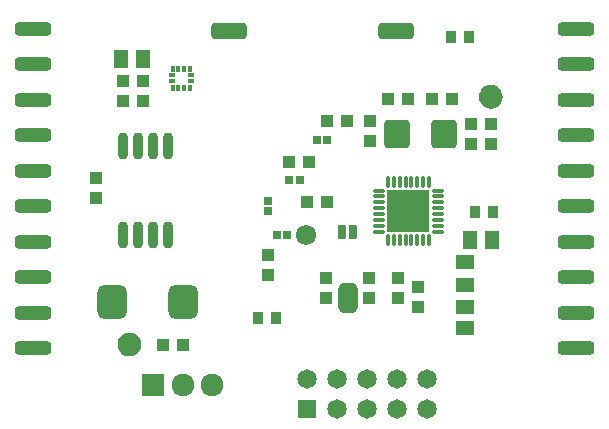
<source format=gts>
G04 Layer_Color=8388736*
%FSLAX24Y24*%
%MOIN*%
G70*
G01*
G75*
%ADD55R,0.0297X0.0316*%
%ADD56R,0.0316X0.0297*%
%ADD57C,0.0520*%
%ADD58R,0.0441X0.0402*%
%ADD59R,0.0402X0.0441*%
%ADD60R,0.0323X0.0402*%
G04:AMPARAMS|DCode=61|XSize=99.2mil|YSize=115mil|CornerRadius=26mil|HoleSize=0mil|Usage=FLASHONLY|Rotation=180.000|XOffset=0mil|YOffset=0mil|HoleType=Round|Shape=RoundedRectangle|*
%AMROUNDEDRECTD61*
21,1,0.0992,0.0630,0,0,180.0*
21,1,0.0472,0.1150,0,0,180.0*
1,1,0.0520,-0.0236,0.0315*
1,1,0.0520,0.0236,0.0315*
1,1,0.0520,0.0236,-0.0315*
1,1,0.0520,-0.0236,-0.0315*
%
%ADD61ROUNDEDRECTD61*%
%ADD62R,0.0165X0.0205*%
%ADD63R,0.0205X0.0165*%
%ADD64R,0.0500X0.0618*%
G04:AMPARAMS|DCode=65|XSize=95.3mil|YSize=87.4mil|CornerRadius=14.8mil|HoleSize=0mil|Usage=FLASHONLY|Rotation=90.000|XOffset=0mil|YOffset=0mil|HoleType=Round|Shape=RoundedRectangle|*
%AMROUNDEDRECTD65*
21,1,0.0953,0.0579,0,0,90.0*
21,1,0.0657,0.0874,0,0,90.0*
1,1,0.0295,0.0289,0.0329*
1,1,0.0295,0.0289,-0.0329*
1,1,0.0295,-0.0289,-0.0329*
1,1,0.0295,-0.0289,0.0329*
%
%ADD65ROUNDEDRECTD65*%
%ADD66R,0.1406X0.1406*%
%ADD67O,0.0382X0.0157*%
%ADD68O,0.0157X0.0382*%
%ADD69R,0.0598X0.0461*%
%ADD70R,0.0618X0.0500*%
G04:AMPARAMS|DCode=71|XSize=48mil|YSize=28.3mil|CornerRadius=8.3mil|HoleSize=0mil|Usage=FLASHONLY|Rotation=270.000|XOffset=0mil|YOffset=0mil|HoleType=Round|Shape=RoundedRectangle|*
%AMROUNDEDRECTD71*
21,1,0.0480,0.0118,0,0,270.0*
21,1,0.0315,0.0283,0,0,270.0*
1,1,0.0165,-0.0059,-0.0157*
1,1,0.0165,-0.0059,0.0157*
1,1,0.0165,0.0059,0.0157*
1,1,0.0165,0.0059,-0.0157*
%
%ADD71ROUNDEDRECTD71*%
G04:AMPARAMS|DCode=72|XSize=99.2mil|YSize=63.8mil|CornerRadius=17.1mil|HoleSize=0mil|Usage=FLASHONLY|Rotation=270.000|XOffset=0mil|YOffset=0mil|HoleType=Round|Shape=RoundedRectangle|*
%AMROUNDEDRECTD72*
21,1,0.0992,0.0295,0,0,270.0*
21,1,0.0650,0.0638,0,0,270.0*
1,1,0.0343,-0.0148,-0.0325*
1,1,0.0343,-0.0148,0.0325*
1,1,0.0343,0.0148,0.0325*
1,1,0.0343,0.0148,-0.0325*
%
%ADD72ROUNDEDRECTD72*%
%ADD73O,0.0343X0.0897*%
G04:AMPARAMS|DCode=74|XSize=118.9mil|YSize=55.9mil|CornerRadius=15.2mil|HoleSize=0mil|Usage=FLASHONLY|Rotation=180.000|XOffset=0mil|YOffset=0mil|HoleType=Round|Shape=RoundedRectangle|*
%AMROUNDEDRECTD74*
21,1,0.1189,0.0256,0,0,180.0*
21,1,0.0886,0.0559,0,0,180.0*
1,1,0.0303,-0.0443,0.0128*
1,1,0.0303,0.0443,0.0128*
1,1,0.0303,0.0443,-0.0128*
1,1,0.0303,-0.0443,-0.0128*
%
%ADD74ROUNDEDRECTD74*%
%ADD75C,0.0756*%
%ADD76R,0.0756X0.0756*%
%ADD77C,0.0677*%
G04:AMPARAMS|DCode=78|XSize=122.8mil|YSize=44.1mil|CornerRadius=12.2mil|HoleSize=0mil|Usage=FLASHONLY|Rotation=0.000|XOffset=0mil|YOffset=0mil|HoleType=Round|Shape=RoundedRectangle|*
%AMROUNDEDRECTD78*
21,1,0.1228,0.0197,0,0,0.0*
21,1,0.0984,0.0441,0,0,0.0*
1,1,0.0244,0.0492,-0.0098*
1,1,0.0244,-0.0492,-0.0098*
1,1,0.0244,-0.0492,0.0098*
1,1,0.0244,0.0492,0.0098*
%
%ADD78ROUNDEDRECTD78*%
%ADD79C,0.0647*%
%ADD80R,0.0647X0.0647*%
G36*
X40359Y39941D02*
X40454Y39901D01*
X40537Y39838D01*
X40600Y39756D01*
X40639Y39660D01*
X40653Y39557D01*
X40639Y39454D01*
X40600Y39359D01*
X40537Y39276D01*
X40454Y39213D01*
X40359Y39174D01*
X40256Y39160D01*
X40153Y39174D01*
X40057Y39213D01*
X39975Y39276D01*
X39912Y39359D01*
X39872Y39454D01*
X39859Y39557D01*
X39872Y39660D01*
X39912Y39756D01*
X39975Y39838D01*
X40057Y39901D01*
X40153Y39941D01*
X40256Y39954D01*
X40359Y39941D01*
D02*
G37*
G36*
X28311Y31683D02*
X28407Y31643D01*
X28489Y31580D01*
X28553Y31498D01*
X28592Y31402D01*
X28606Y31299D01*
X28592Y31196D01*
X28553Y31101D01*
X28489Y31018D01*
X28407Y30955D01*
X28311Y30916D01*
X28209Y30902D01*
X28106Y30916D01*
X28010Y30955D01*
X27928Y31018D01*
X27865Y31101D01*
X27825Y31196D01*
X27812Y31299D01*
X27825Y31402D01*
X27865Y31498D01*
X27928Y31580D01*
X28010Y31643D01*
X28106Y31683D01*
X28209Y31696D01*
X28311Y31683D01*
D02*
G37*
D55*
X33543Y36781D02*
D03*
X33878D02*
D03*
X33465Y34961D02*
D03*
X33130D02*
D03*
X34469Y38100D02*
D03*
X34803D02*
D03*
D56*
X32825Y35748D02*
D03*
Y36083D02*
D03*
D57*
X28209Y31299D02*
D03*
X40256Y39557D02*
D03*
D58*
X38976Y39478D02*
D03*
X38307D02*
D03*
X29980Y31289D02*
D03*
X29311D02*
D03*
X28652Y39400D02*
D03*
X27982D02*
D03*
X28652Y40069D02*
D03*
X27982D02*
D03*
X33524Y37392D02*
D03*
X34193D02*
D03*
X35472Y38730D02*
D03*
X34803D02*
D03*
X34134Y36063D02*
D03*
X34803D02*
D03*
X36821Y39478D02*
D03*
X37490D02*
D03*
D59*
X27096Y36181D02*
D03*
Y36850D02*
D03*
X40246Y38661D02*
D03*
Y37992D02*
D03*
X39587Y37992D02*
D03*
Y38661D02*
D03*
X36220Y38071D02*
D03*
Y38740D02*
D03*
X37175Y32854D02*
D03*
Y33524D02*
D03*
X37835Y33228D02*
D03*
Y32559D02*
D03*
X34774Y33524D02*
D03*
Y32854D02*
D03*
X36201Y33524D02*
D03*
Y32854D02*
D03*
X32825Y34281D02*
D03*
Y33612D02*
D03*
D60*
X33110Y32175D02*
D03*
X32500D02*
D03*
X40344Y35709D02*
D03*
X39734D02*
D03*
X38927Y41535D02*
D03*
X39537D02*
D03*
D61*
X29989Y32717D02*
D03*
X27629D02*
D03*
D62*
X30236Y40492D02*
D03*
X30039D02*
D03*
X29843D02*
D03*
X29646D02*
D03*
Y39862D02*
D03*
X29843D02*
D03*
X30039D02*
D03*
X30236D02*
D03*
D63*
X29626Y40276D02*
D03*
Y40079D02*
D03*
X30256D02*
D03*
Y40276D02*
D03*
D64*
X27943Y40817D02*
D03*
X28652D02*
D03*
X40285Y34793D02*
D03*
X39577D02*
D03*
D65*
X37126Y38307D02*
D03*
X38701D02*
D03*
D66*
X37510Y35738D02*
D03*
D67*
X36535Y36427D02*
D03*
Y36230D02*
D03*
Y36033D02*
D03*
Y35837D02*
D03*
Y35640D02*
D03*
Y35443D02*
D03*
Y35246D02*
D03*
Y35049D02*
D03*
X38484D02*
D03*
Y35246D02*
D03*
Y35443D02*
D03*
Y35640D02*
D03*
Y35837D02*
D03*
Y36033D02*
D03*
Y36230D02*
D03*
Y36427D02*
D03*
D68*
X36821Y34764D02*
D03*
X37018D02*
D03*
X37215D02*
D03*
X37411D02*
D03*
X37608D02*
D03*
X37805D02*
D03*
X38002D02*
D03*
X38199D02*
D03*
Y36713D02*
D03*
X38002D02*
D03*
X37805D02*
D03*
X37608D02*
D03*
X37411D02*
D03*
X37215D02*
D03*
X37018D02*
D03*
X36821D02*
D03*
D69*
X39409Y34035D02*
D03*
Y33287D02*
D03*
D70*
Y31850D02*
D03*
Y32559D02*
D03*
D71*
X35305Y35039D02*
D03*
X35659D02*
D03*
D72*
X35482Y32854D02*
D03*
D73*
X29502Y34961D02*
D03*
X28502D02*
D03*
X28002D02*
D03*
X29502Y37911D02*
D03*
X28502D02*
D03*
X28002D02*
D03*
X29002Y34961D02*
D03*
Y37911D02*
D03*
D74*
X31535Y41752D02*
D03*
X37087D02*
D03*
D75*
X29980Y29941D02*
D03*
X30965D02*
D03*
D76*
X28996D02*
D03*
D77*
X34094Y34961D02*
D03*
D78*
X43110Y31181D02*
D03*
Y32362D02*
D03*
Y33543D02*
D03*
Y34724D02*
D03*
Y35906D02*
D03*
Y37087D02*
D03*
Y38268D02*
D03*
Y39449D02*
D03*
Y40630D02*
D03*
Y41811D02*
D03*
X25000D02*
D03*
Y40630D02*
D03*
Y39449D02*
D03*
Y38268D02*
D03*
Y37087D02*
D03*
Y35906D02*
D03*
Y34724D02*
D03*
Y33543D02*
D03*
Y32362D02*
D03*
Y31181D02*
D03*
D79*
X36144Y30144D02*
D03*
Y29144D02*
D03*
X37144Y30144D02*
D03*
X38144D02*
D03*
X34144D02*
D03*
X35144D02*
D03*
X37144Y29144D02*
D03*
X38144D02*
D03*
X35144D02*
D03*
D80*
X34144D02*
D03*
M02*

</source>
